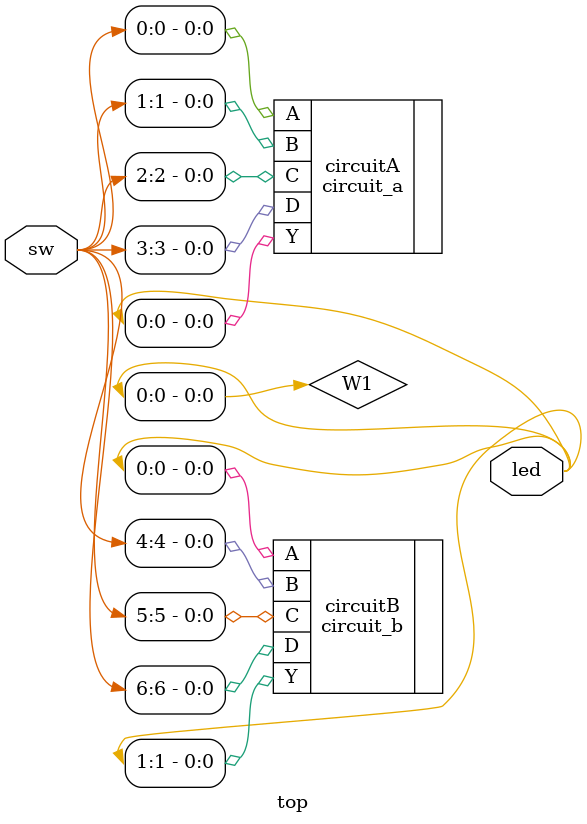
<source format=v>
module top(
    
    input [6:0] sw,
    output [1:0] led
);

    wire W1;
    

    circuit_a circuitA(
        .A(sw[0]),
        .B(sw[1]),
        .C(sw[2]),
        .D(sw[3]),
        .Y(led[0])
    );
    
    circuit_b circuitB(
        .A(W1),
        .B(sw[4]),
        .C(sw[5]),
        .D(sw[6]),
        .Y(led[1])
    );
        assign led[0] = W1;


endmodule

</source>
